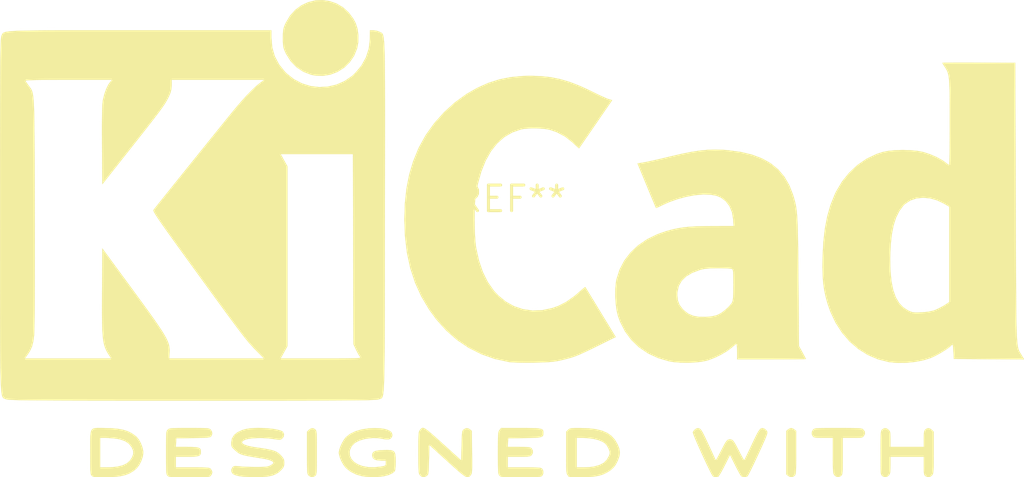
<source format=kicad_pcb>
(kicad_pcb (version 20240108) (generator pcbnew)
  (layers (0 "F.Cu" signal) (31 "B.Cu" signal) (34 "B.Paste" user) (35 "F.Paste" user) (36 "B.SilkS" user "B.Silkscreen") (37 "F.SilkS" user "F.Silkscreen") (38 "B.Mask" user) (39 "F.Mask" user) (44 "Edge.Cuts" user))
  (net 0 "")
  (footprint "KiCad-Logo2_20mm_SilkScreen" (layer "F.Cu") (at 0 0)
    (property "Reference" "REF**")
    (property "Value" "KiCad-Logo2_20mm_SilkScreen")
    (fp_poly (pts (xy 13.962047 11.396256) (xy 14.04109 11.44549) (xy 14.129926 11.517425) (xy 14.129926 12.589244) (xy 14.129643 12.902766) (xy 14.128431 13.149774) (xy 14.125746 13.339013) (xy 14.121043 13.479227) (xy 14.113778 13.57916) (xy 14.103405 13.647558) (xy 14.089381 13.693163) (xy 14.071161 13.724722) (xy 14.058242 13.740272) (xy 13.953446 13.808582) (xy 13.834111 13.805796) (xy 13.729576 13.747547) (xy 13.64074 13.675613) (xy 13.64074 11.517425) (xy 13.729576 11.44549) (xy 13.815315 11.393164) (xy 13.885333 11.373556) (xy 13.962047 11.396256)) (layer "F.SilkS") (stroke (width 0.01)) (fill solid))
    (fp_poly (pts (xy -9.746074 11.448815) (xy -9.724138 11.474059) (xy -9.706931 11.506625) (xy -9.693879 11.555237) (xy -9.684412 11.628618) (xy -9.677958 11.735492) (xy -9.673943 11.884584) (xy -9.671797 12.084617) (xy -9.670947 12.344315) (xy -9.670815 12.596519) (xy -9.671047 12.909342) (xy -9.672125 13.15563) (xy -9.674621 13.344106) (xy -9.679106 13.483496) (xy -9.686153 13.582523) (xy -9.696334 13.64991) (xy -9.71022 13.694381) (xy -9.728385 13.724661) (xy -9.746074 13.744223) (xy -9.856086 13.809824) (xy -9.973304 13.803937) (xy -10.078182 13.73239) (xy -10.102279 13.704456) (xy -10.121112 13.672047) (xy -10.135328 13.626203) (xy -10.145577 13.557965) (xy -10.152507 13.458374) (xy -10.156766 13.318471) (xy -10.159002 13.129296) (xy -10.159864 12.881891) (xy -10.16 12.601791) (xy -10.16 11.558283) (xy -10.067637 11.46592) (xy -9.953788 11.388211) (xy -9.843353 11.385411) (xy -9.746074 11.448815)) (layer "F.SilkS") (stroke (width 0.01)) (fill solid))
    (fp_poly (pts (xy -9.038074 -9.82526) (xy -8.696237 -9.706738) (xy -8.377974 -9.520185) (xy -8.093738 -9.265625) (xy -7.853979 -8.943082) (xy -7.746279 -8.739785) (xy -7.65307 -8.455428) (xy -7.607892 -8.127149) (xy -7.612896 -7.789658) (xy -7.668444 -7.483834) (xy -7.820269 -7.110127) (xy -8.04043 -6.785963) (xy -8.317736 -6.517721) (xy -8.640996 -6.311778) (xy -8.999023 -6.174513) (xy -9.380625 -6.112305) (xy -9.774612 -6.13153) (xy -9.968818 -6.172617) (xy -10.347308 -6.319849) (xy -10.683469 -6.544517) (xy -10.969191 -6.839695) (xy -11.196366 -7.198456) (xy -11.215586 -7.237635) (xy -11.282029 -7.384658) (xy -11.323748 -7.508483) (xy -11.346398 -7.639108) (xy -11.355636 -7.806534) (xy -11.357169 -7.98871) (xy -11.354634 -8.207586) (xy -11.34319 -8.365818) (xy -11.317083 -8.493746) (xy -11.270554 -8.621711) (xy -11.213121 -8.747961) (xy -10.998896 -9.10635) (xy -10.735086 -9.396534) (xy -10.432144 -9.618539) (xy -10.100521 -9.77239) (xy -9.750667 -9.85811) (xy -9.393034 -9.875725) (xy -9.038074 -9.82526)) (layer "F.SilkS") (stroke (width 0.01)) (fill solid))
    (fp_poly (pts (xy 16.54355 11.373878) (xy 16.805908 11.375139) (xy 17.009543 11.377777) (xy 17.162723 11.382232) (xy 17.273715 11.388944) (xy 17.350787 11.398352) (xy 17.402206 11.410896) (xy 17.436239 11.427016) (xy 17.452709 11.439408) (xy 17.538189 11.54786) (xy 17.54853 11.660462) (xy 17.495705 11.762754) (xy 17.461161 11.80363) (xy 17.423988 11.831501) (xy 17.370116 11.848858) (xy 17.285475 11.85819) (xy 17.155993 11.861987) (xy 16.967601 11.862737) (xy 16.930602 11.862741) (xy 16.444148 11.862741) (xy 16.444148 12.765852) (xy 16.443827 13.050514) (xy 16.442372 13.269547) (xy 16.439041 13.43258) (xy 16.433095 13.549243) (xy 16.423791 13.629165) (xy 16.410389 13.681975) (xy 16.39215 13.717304) (xy 16.368888 13.744223) (xy 16.259113 13.810374) (xy 16.144515 13.805162) (xy 16.040589 13.729687) (xy 16.032953 13.720333) (xy 16.008096 13.684974) (xy 15.989158 13.643603) (xy 15.975338 13.586167) (xy 15.965835 13.502613) (xy 15.959848 13.382889) (xy 15.956574 13.216943) (xy 15.955214 12.994722) (xy 15.954963 12.741963) (xy 15.954963 11.862741) (xy 15.490424 11.862741) (xy 15.291073 11.861392) (xy 15.15306 11.856135) (xy 15.062495 11.845155) (xy 15.005487 11.826639) (xy 14.968144 11.798771) (xy 14.963609 11.793926) (xy 14.909084 11.683131) (xy 14.913906 11.557874) (xy 14.976592 11.448815) (xy 15.000835 11.427661) (xy 15.032091 11.410887) (xy 15.078696 11.397988) (xy 15.148987 11.388455) (xy 15.251297 11.381783) (xy 15.393962 11.377465) (xy 15.585318 11.374993) (xy 15.8337 11.37386) (xy 16.147443 11.373561) (xy 16.214201 11.373556) (xy 16.54355 11.373878)) (layer "F.SilkS") (stroke (width 0.01)) (fill solid))
    (fp_poly (pts (xy 20.762745 11.391777) (xy 20.86734 11.46592) (xy 20.959703 11.558283) (xy 20.959703 12.589734) (xy 20.959462 12.895998) (xy 20.958318 13.136133) (xy 20.955642 13.319268) (xy 20.950803 13.454533) (xy 20.943173 13.551057) (xy 20.93212 13.617971) (xy 20.917017 13.664403) (xy 20.897232 13.699484) (xy 20.881713 13.720333) (xy 20.779276 13.802245) (xy 20.661655 13.811136) (xy 20.55415 13.760904) (xy 20.518627 13.731248) (xy 20.494881 13.691855) (xy 20.480559 13.628421) (xy 20.473304 13.52664) (xy 20.470761 13.372206) (xy 20.470518 13.252904) (xy 20.470518 12.803482) (xy 18.814814 12.803482) (xy 18.814814 13.212333) (xy 18.813102 13.399289) (xy 18.806252 13.527776) (xy 18.791693 13.614538) (xy 18.766854 13.676323) (xy 18.736824 13.720333) (xy 18.633814 13.802015) (xy 18.51732 13.811687) (xy 18.405795 13.75363) (xy 18.375347 13.723195) (xy 18.353842 13.682849) (xy 18.339658 13.620002) (xy 18.331173 13.522068) (xy 18.326764 13.376457) (xy 18.324811 13.170583) (xy 18.324582 13.123334) (xy 18.32297 12.735436) (xy 18.322138 12.415757) (xy 18.322409 12.157256) (xy 18.324103 11.952895) (xy 18.327541 11.795634) (xy 18.333043 11.678434) (xy 18.340931 11.594255) (xy 18.351525 11.536057) (xy 18.365146 11.496802) (xy 18.382114 11.469449) (xy 18.400888 11.448815) (xy 18.507093 11.382812) (xy 18.617856 11.391777) (xy 18.722451 11.46592) (xy 18.764776 11.513754) (xy 18.791755 11.566592) (xy 18.806809 11.641846) (xy 18.813355 11.756928) (xy 18.814813 11.929252) (xy 18.814814 11.93629) (xy 18.814814 12.314297) (xy 20.470518 12.314297) (xy 20.470518 11.919186) (xy 20.472208 11.737159) (xy 20.478993 11.614249) (xy 20.493452 11.534357) (xy 20.518158 11.481383) (xy 20.545777 11.448815) (xy 20.651982 11.382812) (xy 20.762745 11.391777)) (layer "F.SilkS") (stroke (width 0.01)) (fill solid))
    (fp_poly (pts (xy 3.394363 11.374249) (xy 3.824294 11.388786) (xy 4.18997 11.432869) (xy 4.49742 11.509138) (xy 4.752673 11.620233) (xy 4.961758 11.768792) (xy 5.130706 11.957455) (xy 5.265545 12.18886) (xy 5.268197 12.194503) (xy 5.34867 12.40161) (xy 5.377342 12.585032) (xy 5.354105 12.769625) (xy 5.278847 12.980245) (xy 5.264574 13.012296) (xy 5.167241 13.199886) (xy 5.057852 13.344838) (xy 4.916673 13.468057) (xy 4.723967 13.590451) (xy 4.712772 13.59684) (xy 4.545015 13.677424) (xy 4.355404 13.737607) (xy 4.131756 13.779465) (xy 3.861884 13.805074) (xy 3.533606 13.816509) (xy 3.41762 13.817502) (xy 2.865314 13.819482) (xy 2.787323 13.720333) (xy 2.764189 13.68773) (xy 2.746142 13.649657) (xy 2.732552 13.596984) (xy 2.722789 13.520582) (xy 2.716224 13.41132) (xy 2.714083 13.330297) (xy 3.236148 13.330297) (xy 3.549089 13.330297) (xy 3.732213 13.324942) (xy 3.9202 13.310849) (xy 4.074485 13.290974) (xy 4.083798 13.289301) (xy 4.357828 13.215786) (xy 4.570379 13.105335) (xy 4.728175 12.952824) (xy 4.83794 12.753129) (xy 4.857027 12.700203) (xy 4.875736 12.617775) (xy 4.867636 12.536339) (xy 4.828223 12.428) (xy 4.804466 12.374779) (xy 4.726668 12.233352) (xy 4.632934 12.134132) (xy 4.529802 12.065038) (xy 4.323219 11.975124) (xy 4.058836 11.909993) (xy 3.750842 11.872488) (xy 3.527777 11.864235) (xy 3.236148 11.862741) (xy 3.236148 13.330297) (xy 2.714083 13.330297) (xy 2.712227 13.26007) (xy 2.710168 13.057702) (xy 2.709418 12.795086) (xy 2.709333 12.589734) (xy 2.709333 11.558283) (xy 2.801697 11.46592) (xy 2.842688 11.428481) (xy 2.887012 11.402842) (xy 2.948909 11.386801) (xy 3.042621 11.378155) (xy 3.18239 11.3747) (xy 3.382457 11.374234) (xy 3.394363 11.374249)) (layer "F.SilkS") (stroke (width 0.01)) (fill solid))
    (fp_poly (pts (xy -20.404571 11.373553) (xy -20.272963 11.374891) (xy -19.887333 11.384195) (xy -19.564369 11.411834) (xy -19.293064 11.460773) (xy -19.06241 11.533975) (xy -18.8614 11.634407) (xy -18.679027 11.765033) (xy -18.613888 11.821775) (xy -18.505834 11.954544) (xy -18.4084 12.134709) (xy -18.333304 12.334412) (xy -18.292264 12.525797) (xy -18.288 12.596519) (xy -18.314722 12.792565) (xy -18.386331 13.006709) (xy -18.489997 13.209403) (xy -18.612887 13.371099) (xy -18.632848 13.390608) (xy -18.801928 13.527737) (xy -18.987083 13.634782) (xy -19.198987 13.71455) (xy -19.448314 13.769844) (xy -19.74574 13.803469) (xy -20.101938 13.818231) (xy -20.265093 13.819482) (xy -20.472539 13.818483) (xy -20.618425 13.814307) (xy -20.716438 13.805181) (xy -20.780264 13.789337) (xy -20.823591 13.765003) (xy -20.846815 13.744223) (xy -20.868751 13.718979) (xy -20.885959 13.686413) (xy -20.89901 13.637801) (xy -20.908477 13.56442) (xy -20.914932 13.457546) (xy -20.918947 13.308454) (xy -20.921093 13.108421) (xy -20.921943 12.848723) (xy -20.922074 12.596519) (xy -20.922903 12.260138) (xy -20.922724 11.991422) (xy -20.919523 11.862741) (xy -20.432889 11.862741) (xy -20.432889 13.330297) (xy -20.122445 13.330012) (xy -19.935643 13.324655) (xy -19.739996 13.310853) (xy -19.57676 13.291548) (xy -19.571794 13.290752) (xy -19.307971 13.226967) (xy -19.103341 13.127625) (xy -18.947684 12.98626) (xy -18.848783 12.833203) (xy -18.787844 12.663419) (xy -18.792569 12.503999) (xy -18.863292 12.333111) (xy -19.001629 12.156329) (xy -19.193327 12.025332) (xy -19.442499 11.937771) (xy -19.609025 11.906783) (xy -19.798054 11.885022) (xy -19.998397 11.869272) (xy -20.168796 11.862724) (xy -20.178889 11.862693) (xy -20.432889 11.862741) (xy -20.919523 11.862741) (xy -20.917534 11.782838) (xy -20.903327 11.626851) (xy -20.8761 11.515927) (xy -20.831852 11.442532) (xy -20.766578 11.399131) (xy -20.676276 11.37819) (xy -20.556941 11.372176) (xy -20.404571 11.373553)) (layer "F.SilkS") (stroke (width 0.01)) (fill solid))
    (fp_poly (pts (xy -4.333713 11.388161) (xy -4.255159 11.434242) (xy -4.152449 11.509602) (xy -4.020259 11.617792) (xy -3.853265 11.762361) (xy -3.646143 11.946859) (xy -3.393571 12.174836) (xy -3.104445 12.436947) (xy -2.502371 12.982928) (xy -2.483556 12.250096) (xy -2.476763 11.997838) (xy -2.470209 11.809981) (xy -2.462445 11.675687) (xy -2.452019 11.584116) (xy -2.437483 11.524431) (xy -2.417386 11.485791) (xy -2.390278 11.457359) (xy -2.375906 11.44541) (xy -2.260804 11.382235) (xy -2.151275 11.391471) (xy -2.064391 11.445443) (xy -1.975556 11.517329) (xy -1.964507 12.56717) (xy -1.961449 12.875929) (xy -1.959893 13.11848) (xy -1.960377 13.303869) (xy -1.963441 13.441141) (xy -1.969624 13.539342) (xy -1.979464 13.607517) (xy -1.993501 13.65471) (xy -2.012273 13.689969) (xy -2.03309 13.718247) (xy -2.078131 13.770691) (xy -2.122944 13.805454) (xy -2.173747 13.818798) (xy -2.236754 13.80698) (xy -2.318181 13.766262) (xy -2.424244 13.692903) (xy -2.561159 13.583164) (xy -2.735141 13.433304) (xy -2.952405 13.239584) (xy -3.198519 13.016996) (xy -4.082815 12.214861) (xy -4.10163 12.945297) (xy -4.108435 13.197095) (xy -4.115005 13.384514) (xy -4.122798 13.518413) (xy -4.13327 13.609653) (xy -4.147878 13.669095) (xy -4.168081 13.707598) (xy -4.195334 13.736023) (xy -4.20928 13.747607) (xy -4.33255 13.811242) (xy -4.449025 13.801643) (xy -4.550454 13.720333) (xy -4.573657 13.687621) (xy -4.591742 13.649419) (xy -4.605343 13.596559) (xy -4.615097 13.519878) (xy -4.621641 13.410208) (xy -4.62561 13.258386) (xy -4.627641 13.055245) (xy -4.628369 12.79162) (xy -4.628445 12.596519) (xy -4.6282 12.291358) (xy -4.627042 12.052291) (xy -4.624335 11.870151) (xy -4.619443 11.735773) (xy -4.611728 11.639992) (xy -4.600557 11.573643) (xy -4.585292 11.527559) (xy -4.565297 11.492575) (xy -4.550454 11.472705) (xy -4.512831 11.425636) (xy -4.477669 11.390097) (xy -4.439644 11.369639) (xy -4.393433 11.36781) (xy -4.333713 11.388161)) (layer "F.SilkS") (stroke (width 0.01)) (fill solid))
    (fp_poly (pts (xy -6.500271 11.391996) (xy -6.271882 11.430318) (xy -6.096475 11.48989) (xy -5.98236 11.568329) (xy -5.951264 11.613079) (xy -5.919642 11.71716) (xy -5.940922 11.811317) (xy -6.008101 11.900607) (xy -6.112484 11.942378) (xy -6.263942 11.938986) (xy -6.381087 11.916354) (xy -6.641396 11.873237) (xy -6.90742 11.869139) (xy -7.205182 11.904137) (xy -7.287431 11.918966) (xy -7.564304 11.997028) (xy -7.780908 12.113149) (xy -7.934871 12.265347) (xy -8.023815 12.451646) (xy -8.042211 12.547962) (xy -8.030169 12.743375) (xy -7.952431 12.916264) (xy -7.816078 13.063261) (xy -7.628195 13.180995) (xy -7.395865 13.266097) (xy -7.126173 13.315198) (xy -6.826201 13.324928) (xy -6.503033 13.291916) (xy -6.484786 13.288804) (xy -6.356248 13.264863) (xy -6.284979 13.241738) (xy -6.254088 13.207425) (xy -6.246686 13.149922) (xy -6.246519 13.119471) (xy -6.246519 12.99163) (xy -6.474771 12.99163) (xy -6.676332 12.977822) (xy -6.813883 12.933822) (xy -6.893915 12.855765) (xy -6.922922 12.739786) (xy -6.923276 12.724647) (xy -6.906305 12.625515) (xy -6.848108 12.554729) (xy -6.739796 12.507885) (xy -6.572476 12.480577) (xy -6.410408 12.470537) (xy -6.174853 12.464777) (xy -6.003993 12.473566) (xy -5.887463 12.506001) (xy -5.814898 12.571177) (xy -5.775933 12.678187) (xy -5.7602 12.836128) (xy -5.757334 13.04357) (xy -5.76203 13.275118) (xy -5.77616 13.43262) (xy -5.799785 13.516706) (xy -5.804371 13.523293) (xy -5.934092 13.628361) (xy -6.124286 13.711568) (xy -6.362895 13.771135) (xy -6.637861 13.805285) (xy -6.937128 13.812242) (xy -7.248638 13.790228) (xy -7.431852 13.763186) (xy -7.71922 13.681848) (xy -7.986305 13.548873) (xy -8.209923 13.376291) (xy -8.243911 13.341797) (xy -8.354339 13.196783) (xy -8.453979 13.01706) (xy -8.531188 12.828639) (xy -8.574328 12.657531) (xy -8.579526 12.591813) (xy -8.557392 12.454731) (xy -8.498561 12.284174) (xy -8.414321 12.104647) (xy -8.315962 11.940651) (xy -8.229062 11.831112) (xy -8.025881 11.668173) (xy -7.76323 11.538485) (xy -7.450522 11.444981) (xy -7.097168 11.390596) (xy -6.773334 11.377307) (xy -6.500271 11.391996)) (layer "F.SilkS") (stroke (width 0.01)) (fill solid))
    (fp_poly (pts (xy 0.767809 11.374199) (xy 1.022338 11.377246) (xy 1.217389 11.384371) (xy 1.360851 11.397249) (xy 1.460611 11.417555) (xy 1.52456 11.446965) (xy 1.560586 11.487154) (xy 1.576578 11.539795) (xy 1.580424 11.606565) (xy 1.580444 11.61445) (xy 1.577105 11.689974) (xy 1.561321 11.748342) (xy 1.524445 11.791914) (xy 1.457827 11.823043) (xy 1.35282 11.844089) (xy 1.200775 11.857407) (xy 0.993044 11.865354) (xy 0.720979 11.870286) (xy 0.637591 11.871379) (xy -0.169334 11.881556) (xy -0.180619 12.097926) (xy -0.191904 12.314297) (xy 0.368586 12.314297) (xy 0.587555 12.315104) (xy 0.743907 12.318521) (xy 0.850278 12.326036) (xy 0.919302 12.339141) (xy 0.963615 12.359326) (xy 0.99585 12.388081) (xy 0.996056 12.388309) (xy 1.05452 12.500373) (xy 1.052407 12.621494) (xy 0.991048 12.724744) (xy 0.978905 12.735356) (xy 0.935805 12.762708) (xy 0.876746 12.781736) (xy 0.788567 12.793874) (xy 0.658108 12.800556) (xy 0.472208 12.803214) (xy 0.353312 12.803482) (xy -0.188149 12.803482) (xy -0.188149 13.330297) (xy 0.633871 13.330297) (xy 0.905268 13.330771) (xy 1.111367 13.332712) (xy 1.262123 13.336893) (xy 1.367494 13.344091) (xy 1.437438 13.355078) (xy 1.48191 13.370631) (xy 1.510869 13.391524) (xy 1.518167 13.399111) (xy 1.572049 13.504266) (xy 1.57599 13.623895) (xy 1.531787 13.727616) (xy 1.496812 13.760904) (xy 1.46043 13.779229) (xy 1.404056 13.793406) (xy 1.318776 13.803933) (xy 1.19567 13.811305) (xy 1.025821 13.81602) (xy 0.800314 13.818573) (xy 0.51023 13.81946) (xy 0.444648 13.819482) (xy 0.149703 13.819289) (xy -0.079243 13.818224) (xy -0.251452 13.815556) (xy -0.376184 13.810557) (xy -0.462699 13.802497) (xy -0.52026 13.790646) (xy -0.558126 13.774274) (xy -0.585558 13.752652) (xy -0.600609 13.737127) (xy -0.623262 13.709629) (xy -0.64096 13.675564) (xy -0.654313 13.626001) (xy -0.663929 13.552006) (xy -0.67042 13.444645) (xy -0.674395 13.294985) (xy -0.676464 13.094093) (xy -0.677237 12.833036) (xy -0.677334 12.613313) (xy -0.677097 12.305428) (xy -0.675973 12.063724) (xy -0.673341 11.879124) (xy -0.668581 11.742551) (xy -0.661071 11.644928) (xy -0.650191 11.577178) (xy -0.635321 11.530222) (xy -0.615839 11.494984) (xy -0.599343 11.472705) (xy -0.521353 11.373556) (xy 0.445913 11.373556) (xy 0.767809 11.374199)) (layer "F.SilkS") (stroke (width 0.01)) (fill solid))
    (fp_poly (pts (xy -15.709314 11.373821) (xy -15.477952 11.375062) (xy -15.303321 11.377949) (xy -15.176157 11.383153) (xy -15.087197 11.391344) (xy -15.027176 11.403191) (xy -14.986831 11.419366) (xy -14.956898 11.440537) (xy -14.946059 11.450281) (xy -14.880142 11.553808) (xy -14.868272 11.672762) (xy -14.911635 11.778367) (xy -14.931686 11.79971) (xy -14.964117 11.820404) (xy -15.016335 11.836368) (xy -15.098025 11.848379) (xy -15.218869 11.857215) (xy -15.388551 11.863651) (xy -15.616754 11.868464) (xy -15.825389 11.871394) (xy -16.651112 11.881556) (xy -16.662397 12.097926) (xy -16.673682 12.314297) (xy -16.113192 12.314297) (xy -15.869862 12.316396) (xy -15.691722 12.325177) (xy -15.568758 12.344364) (xy -15.490959 12.377681) (xy -15.448313 12.428854) (xy -15.430807 12.501605) (xy -15.428149 12.569126) (xy -15.436411 12.651974) (xy -15.46759 12.713021) (xy -15.531276 12.755457) (xy -15.637059 12.782471) (xy -15.794529 12.797255) (xy -16.013276 12.802997) (xy -16.13267 12.803482) (xy -16.669926 12.803482) (xy -16.669926 13.330297) (xy -15.842074 13.330297) (xy -15.57071 13.330675) (xy -15.364472 13.332372) (xy -15.213228 13.336233) (xy -15.106846 13.343101) (xy -15.035196 13.353822) (xy -14.988144 13.369239) (xy -14.955559 13.390196) (xy -14.938963 13.405556) (xy -14.882033 13.495202) (xy -14.863704 13.574889) (xy -14.889876 13.672225) (xy -14.938963 13.744223) (xy -14.965152 13.766888) (xy -14.998959 13.784488) (xy -15.049479 13.79766) (xy -15.125804 13.807043) (xy -15.237029 13.813274) (xy -15.392248 13.816992) (xy -15.600556 13.818836) (xy -15.871045 13.819442) (xy -16.011408 13.819482) (xy -16.311992 13.819216) (xy -16.546412 13.817993) (xy -16.723762 13.815174) (xy -16.853134 13.810122) (xy -16.943624 13.802198) (xy -17.004325 13.790764) (xy -17.044332 13.775182) (xy -17.072738 13.754813) (xy -17.083852 13.744223) (xy -17.105849 13.7189) (xy -17.12309 13.686232) (xy -17.136152 13.637463) (xy -17.145613 13.56384) (xy -17.15205 13.456607) (xy -17.15604 13.307011) (xy -17.158161 13.106296) (xy -17.15899 12.84571) (xy -17.159112 12.603078) (xy -17.158999 12.292357) (xy -17.158218 12.048103) (xy -17.1561 11.861527) (xy -17.151978 11.723836) (xy -17.145186 11.62624) (xy -17.135056 11.559947) (xy -17.120921 11.516166) (xy -17.102115 11.486107) (xy -17.077969 11.460978) (xy -17.07202 11.455375) (xy -17.043151 11.430572) (xy -17.009607 11.411365) (xy -16.962083 11.397039) (xy -16.891276 11.386879) (xy -16.787879 11.380171) (xy -16.64259 11.376199) (xy -16.446103 11.374251) (xy -16.189114 11.37361) (xy -16.006671 11.373556) (xy -15.709314 11.373821)) (layer "F.SilkS") (stroke (width 0.01)) (fill solid))
    (fp_poly (pts (xy 12.482217 11.380114) (xy 12.547516 11.403449) (xy 12.550035 11.404591) (xy 12.63871 11.472262) (xy 12.687567 11.541869) (xy 12.697127 11.574506) (xy 12.696655 11.617871) (xy 12.683202 11.679649) (xy 12.653822 11.767522) (xy 12.605565 11.889175) (xy 12.535483 12.05229) (xy 12.440628 12.264551) (xy 12.318052 12.533642) (xy 12.250583 12.68072) (xy 12.128751 12.943285) (xy 12.014382 13.184743) (xy 11.911841 13.396266) (xy 11.825492 13.569027) (xy 11.759702 13.694197) (xy 11.718835 13.762948) (xy 11.710748 13.772445) (xy 11.607278 13.814341) (xy 11.490404 13.80873) (xy 11.396667 13.757774) (xy 11.392849 13.75363) (xy 11.355561 13.697181) (xy 11.293013 13.587232) (xy 11.212919 13.437934) (xy 11.122989 13.263441) (xy 11.09067 13.199139) (xy 10.846714 12.7105) (xy 10.580802 13.241311) (xy 10.485889 13.424716) (xy 10.397832 13.583774) (xy 10.323826 13.706309) (xy 10.271063 13.780146) (xy 10.253182 13.795802) (xy 10.11419 13.817008) (xy 9.999498 13.772445) (xy 9.965761 13.72482) (xy 9.90738 13.618974) (xy 9.829117 13.465323) (xy 9.735735 13.274282) (xy 9.631997 13.056266) (xy 9.522665 12.82169) (xy 9.412502 12.580969) (xy 9.30627 12.344517) (xy 9.208732 12.122752) (xy 9.12465 11.926086) (xy 9.058788 11.764936) (xy 9.015907 11.649716) (xy 9.000771 11.590842) (xy 9.000925 11.588711) (xy 9.037754 11.514628) (xy 9.111367 11.439176) (xy 9.115702 11.435892) (xy 9.206177 11.384751) (xy 9.289862 11.385246) (xy 9.321227 11.394888) (xy 9.359447 11.415725) (xy 9.400034 11.456715) (xy 9.447858 11.52636) (xy 9.507787 11.633163) (xy 9.58469 11.785628) (xy 9.683435 11.992258) (xy 9.772484 12.182994) (xy 9.874935 12.404088) (xy 9.966739 12.602914) (xy 10.043126 12.769084) (xy 10.099329 12.892213) (xy 10.130577 12.961912) (xy 10.135134 12.972815) (xy 10.155632 12.954991) (xy 10.20274 12.880362) (xy 10.270191 12.75982) (xy 10.351717 12.604258) (xy 10.38416 12.540074) (xy 10.494059 12.323347) (xy 10.578812 12.165513) (xy 10.645375 12.057396) (xy 10.700702 11.98982) (xy 10.751748 11.953608) (xy 10.805469 11.939584) (xy 10.840477 11.938) (xy 10.902232 11.943472) (xy 10.956348 11.966105) (xy 11.010117 12.015221) (xy 11.070836 12.100146) (xy 11.145797 12.230202) (xy 11.242297 12.414715) (xy 11.295539 12.519676) (xy 11.381901 12.686957) (xy 11.457223 12.82568) (xy 11.514861 12.92414) (xy 11.548167 12.970632) (xy 11.552696 12.972568) (xy 11.574205 12.935978) (xy 11.622362 12.840967) (xy 11.692343 12.697479) (xy 11.779325 12.515459) (xy 11.878488 12.304848) (xy 11.927267 12.200238) (xy 12.054166 11.930262) (xy 12.15635 11.72252) (xy 12.239124 11.570236) (xy 12.307792 11.466631) (xy 12.36766 11.404927) (xy 12.424034 11.378348) (xy 12.482217 11.380114)) (layer "F.SilkS") (stroke (width 0.01)) (fill solid))
    (fp_poly (pts (xy -12.305675 11.377837) (xy -12.056292 11.395271) (xy -11.824353 11.422501) (xy -11.623339 11.4585) (xy -11.466734 11.502244) (xy -11.368019 11.552709) (xy -11.352867 11.567563) (xy -11.300178 11.682834) (xy -11.316155 11.801172) (xy -11.397879 11.902418) (xy -11.401778 11.905319) (xy -11.449847 11.936515) (xy -11.500026 11.952919) (xy -11.570017 11.954911) (xy -11.677523 11.942872) (xy -11.840244 11.917182) (xy -11.853334 11.915018) (xy -12.095796 11.885231) (xy -12.35739 11.870538) (xy -12.619756 11.870395) (xy -12.864536 11.884263) (xy -13.07337 11.911598) (xy -13.2279 11.951858) (xy -13.238054 11.955904) (xy -13.35016 12.018716) (xy -13.389547 12.082282) (xy -13.358713 12.144798) (xy -13.260155 12.204458) (xy -13.09637 12.259456) (xy -12.869855 12.307986) (xy -12.718815 12.331352) (xy -12.404852 12.376296) (xy -12.155145 12.417381) (xy -11.959056 12.458165) (xy -11.805948 12.502204) (xy -11.685184 12.553058) (xy -11.586127 12.614282) (xy -11.49814 12.689435) (xy -11.427434 12.763236) (xy -11.34355 12.866064) (xy -11.302268 12.954483) (xy -11.289358 13.063422) (xy -11.288889 13.103318) (xy -11.298586 13.235706) (xy -11.337339 13.334198) (xy -11.40441 13.421619) (xy -11.54072 13.555252) (xy -11.692722 13.657164) (xy -11.871708 13.730677) (xy -12.088974 13.779116) (xy -12.355814 13.805803) (xy -12.683522 13.814062) (xy -12.73763 13.813922) (xy -12.956162 13.809392) (xy -13.172885 13.799099) (xy -13.364174 13.784521) (xy -13.506405 13.767133) (xy -13.517908 13.765136) (xy -13.65932 13.731638) (xy -13.779265 13.689321) (xy -13.847167 13.650635) (xy -13.910357 13.548572) (xy -13.914756 13.429726) (xy -13.860283 13.323813) (xy -13.848095 13.311836) (xy -13.797718 13.276253) (xy -13.734715 13.260921) (xy -13.637207 13.26353) (xy -13.518836 13.277091) (xy -13.386567 13.289206) (xy -13.201149 13.299427) (xy -12.984687 13.306844) (xy -12.759283 13.310547) (xy -12.7 13.310792) (xy -12.473758 13.309879) (xy -12.308181 13.305487) (xy -12.1887 13.296091) (xy -12.100746 13.280167) (xy -12.029751 13.256191) (xy -11.987087 13.236223) (xy -11.893334 13.180776) (xy -11.83356 13.13056) (xy -11.824824 13.116325) (xy -11.843254 13.057544) (xy -11.930867 13.00064) (xy -12.081592 12.948195) (xy -12.289358 12.902793) (xy -12.350571 12.892679) (xy -12.6703 12.842461) (xy -12.925471 12.800486) (xy -13.125932 12.763705) (xy -13.281533 12.729066) (xy -13.402122 12.69352) (xy -13.497548 12.654016) (xy -13.577661 12.607505) (xy -13.652308 12.550937) (xy -13.731339 12.48126) (xy -13.757933 12.456831) (xy -13.851175 12.365663) (xy -13.900532 12.29343) (xy -13.919841 12.210773) (xy -13.922963 12.10661) (xy -13.888584 11.90235) (xy -13.785839 11.728801) (xy -13.615317 11.586526) (xy -13.377609 11.476084) (xy -13.208 11.426547) (xy -13.023665 11.394553) (xy -12.802844 11.376453) (xy -12.55902 11.371223) (xy -12.305675 11.377837)) (layer "F.SilkS") (stroke (width 0.01)) (fill solid))
    (fp_poly (pts (xy 1.458655 -6.098705) (xy 1.94951 -6.044968) (xy 2.425066 -5.948784) (xy 2.904667 -5.805138) (xy 3.40766 -5.609011) (xy 3.95339 -5.355388) (xy 4.051669 -5.306261) (xy 4.277206 -5.19515) (xy 4.489919 -5.095101) (xy 4.668813 -5.015668) (xy 4.792894 -4.966408) (xy 4.811955 -4.960206) (xy 4.994623 -4.905477) (xy 4.176926 -3.715911) (xy 3.97701 -3.425175) (xy 3.794231 -3.15955) (xy 3.634805 -2.928053) (xy 3.504948 -2.739703) (xy 3.410875 -2.603517) (xy 3.358802 -2.528515) (xy 3.350342 -2.516636) (xy 3.315981 -2.541472) (xy 3.231399 -2.616133) (xy 3.111723 -2.727058) (xy 3.045676 -2.789755) (xy 2.671471 -3.087387) (xy 2.251211 -3.313554) (xy 1.889068 -3.437438) (xy 1.671679 -3.476345) (xy 1.399489 -3.500054) (xy 1.104511 -3.508127) (xy 0.81876 -3.500123) (xy 0.574248 -3.475603) (xy 0.476678 -3.456825) (xy 0.036912 -3.305526) (xy -0.35937 -3.074507) (xy -0.711874 -2.764192) (xy -1.020306 -2.375002) (xy -1.284374 -1.90736) (xy -1.503784 -1.361688) (xy -1.678243 -0.738409) (xy -1.781925 -0.204839) (xy -1.808976 0.030711) (xy -1.827406 0.335007) (xy -1.837395 0.686182) (xy -1.839121 1.06237) (xy -1.832761 1.441703) (xy -1.818494 1.802314) (xy -1.796498 2.122337) (xy -1.76695 2.379904) (xy -1.760554 2.419644) (xy -1.619582 3.059767) (xy -1.427507 3.626306) (xy -1.183162 4.121797) (xy -0.885376 4.54878) (xy -0.674 4.779625) (xy -0.294124 5.093046) (xy 0.12248 5.325367) (xy 0.568784 5.475325) (xy 1.037761 5.541656) (xy 1.522383 5.523095) (xy 2.015622 5.418377) (xy 2.307233 5.315912) (xy 2.710776 5.110727) (xy 3.1267 4.816395) (xy 3.359682 4.617353) (xy 3.490502 4.502151) (xy 3.593284 4.417632) (xy 3.651788 4.376906) (xy 3.65905 4.375663) (xy 3.685162 4.417278) (xy 3.752821 4.527247) (xy 3.856262 4.696142) (xy 3.989722 4.914536) (xy 4.147438 5.173) (xy 4.323644 5.462108) (xy 4.421723 5.62316) (xy 5.170878 6.853669) (xy 4.235528 7.315916) (xy 3.89734 7.481954) (xy 3.623379 7.612882) (xy 3.396899 7.715204) (xy 3.201152 7.795422) (xy 3.019394 7.860038) (xy 2.834877 7.915555) (xy 2.630856 7.968476) (xy 2.435304 8.014949) (xy 2.261492 8.050909) (xy 2.07972 8.078085) (xy 1.871789 8.097985) (xy 1.619505 8.112116) (xy 1.304668 8.121987) (xy 1.092473 8.126248) (xy 0.789705 8.129156) (xy 0.499389 8.12769) (xy 0.240738 8.122267) (xy 0.032963 8.113306) (xy -0.104723 8.101225) (xy -0.112882 8.10002) (xy -0.827848 7.945341) (xy -1.499251 7.710749) (xy -2.126853 7.396398) (xy -2.710419 7.002444) (xy -3.249713 6.52904) (xy -3.744499 5.976342) (xy -4.102835 5.485125) (xy -4.484315 4.842164) (xy -4.792685 4.163159) (xy -5.029436 3.442667) (xy -5.19606 2.675243) (xy -5.294047 1.855445) (xy -5.324918 1.022999) (xy -5.299528 0.217723) (xy -5.21974 -0.525263) (xy -5.083019 -1.218491) (xy -4.886828 -1.874494) (xy -4.628634 -2.505804) (xy -4.597804 -2.571209) (xy -4.258157 -3.182601) (xy -3.840996 -3.764401) (xy -3.358141 -4.304567) (xy -2.82141 -4.791056) (xy -2.242623 -5.211826) (xy -1.703311 -5.520476) (xy -1.158493 -5.762217) (xy -0.612518 -5.937328) (xy -0.044252 -6.050579) (xy 0.567442 -6.106733) (xy 0.933154 -6.115013) (xy 1.458655 -6.098705)) (layer "F.SilkS") (stroke (width 0.01)) (fill solid))
    (fp_poly (pts (xy 22.684945 -6.77397) (xy 23.07209 -6.772382) (xy 23.203673 -6.77158) (xy 25.013082 -6.759678) (xy 25.035842 0.182079) (xy 25.038848 1.123401) (xy 25.041514 1.978107) (xy 25.04401 2.750619) (xy 25.04651 3.445356) (xy 25.049182 4.066742) (xy 25.0522 4.619198) (xy 25.055733 5.107144) (xy 25.059954 5.535003) (xy 25.065033 5.907196) (xy 25.071142 6.228145) (xy 25.078452 6.502271) (xy 25.087134 6.733996) (xy 25.09736 6.927741) (xy 25.1093 7.087927) (xy 25.123126 7.218977) (xy 25.139009 7.325311) (xy 25.157121 7.411352) (xy 25.177632 7.48152) (xy 25.200714 7.540238) (xy 25.226538 7.591926) (xy 25.255275 7.641007) (xy 25.287097 7.691901) (xy 25.322175 7.749031) (xy 25.329365 7.761199) (xy 25.449993 7.967036) (xy 21.963261 7.94319) (xy 21.940501 7.560237) (xy 21.928109 7.376455) (xy 21.915195 7.270204) (xy 21.897672 7.228044) (xy 21.871454 7.236537) (xy 21.849462 7.26083) (xy 21.753661 7.349319) (xy 21.597522 7.463061) (xy 21.403042 7.588466) (xy 21.192219 7.711944) (xy 20.987053 7.819905) (xy 20.829522 7.890935) (xy 20.460457 8.007658) (xy 20.037011 8.09034) (xy 19.590444 8.135824) (xy 19.152018 8.140948) (xy 18.752992 8.102554) (xy 18.746422 8.101455) (xy 18.200422 7.964449) (xy 17.689313 7.746167) (xy 17.218024 7.451301) (xy 16.791487 7.084543) (xy 16.41463 6.650585) (xy 16.092383 6.15412) (xy 15.829676 5.599839) (xy 15.68664 5.189247) (xy 15.592315 4.845742) (xy 15.522364 4.513112) (xy 15.474649 4.17115) (xy 15.447031 3.799651) (xy 15.437371 3.378408) (xy 15.441649 3.034436) (xy 18.800543 3.034436) (xy 18.816437 3.61122) (xy 18.866578 4.107445) (xy 18.952506 4.527516) (xy 19.075764 4.875836) (xy 19.237896 5.156811) (xy 19.440444 5.374843) (xy 19.674243 5.528975) (xy 19.7959 5.586515) (xy 19.901412 5.621012) (xy 20.019046 5.636794) (xy 20.177071 5.638192) (xy 20.347311 5.632047) (xy 20.682102 5.602517) (xy 20.946891 5.544689) (xy 21.030107 5.515722) (xy 21.220125 5.43017) (xy 21.420538 5.322738) (xy 21.508064 5.26896) (xy 21.735663 5.119675) (xy 21.735663 0.387843) (xy 21.485304 0.237775) (xy 21.136153 0.068204) (xy 20.779431 -0.032081) (xy 20.428183 -0.063674) (xy 20.095455 -0.027164) (xy 19.794295 0.076855) (xy 19.537748 0.247793) (xy 19.454969 0.329843) (xy 19.255437 0.598686) (xy 19.09394 0.924118) (xy 18.969129 1.311718) (xy 18.879655 1.767064) (xy 18.824166 2.295735) (xy 18.801315 2.903307) (xy 18.800543 3.034436) (xy 15.441649 3.034436) (xy 15.443431 2.89126) (xy 15.481804 2.141931) (xy 15.558963 1.466046) (xy 15.676941 0.853761) (xy 15.837769 0.295229) (xy 16.043479 -0.219395) (xy 16.116886 -0.371964) (xy 16.412568 -0.869506) (xy 16.769884 -1.311654) (xy 17.180432 -1.691271) (xy 17.635813 -2.00122) (xy 18.127623 -2.234363) (xy 18.422432 -2.330536) (xy 18.711964 -2.38763) (xy 19.060341 -2.421599) (xy 19.438357 -2.432458) (xy 19.816808 -2.420223) (xy 20.166487 -2.384909) (xy 20.447253 -2.329508) (xy 20.781429 -2.220864) (xy 21.105325 -2.081155) (xy 21.388708 -1.924534) (xy 21.539535 -1.818237) (xy 21.643573 -1.739194) (xy 21.716422 -1.691065) (xy 21.732993 -1.68423) (xy 21.738131 -1.728265) (xy 21.742922 -1.854435) (xy 21.747259 -2.053836) (xy 21.751036 -2.317563) (xy 21.754147 -2.636711) (xy 21.756485 -3.002377) (xy 21.757946 -3.405656) (xy 21.758422 -3.816422) (xy 21.758156 -4.342541) (xy 21.756847 -4.786105) (xy 21.753731 -5.155599) (xy 21.748042 -5.459507) (xy 21.739015 -5.706313) (xy 21.725886 -5.904502) (xy 21.707889 -6.062558) (xy 21.684259 -6.188966) (xy 21.654232 -6.29221) (xy 21.617042 -6.380774) (xy 21.571923 -6.463142) (xy 21.518112 -6.547799) (xy 21.511189 -6.558281) (xy 21.441785 -6.667925) (xy 21.399883 -6.743321) (xy 21.394265 -6.759224) (xy 21.438171 -6.764242) (xy 21.563448 -6.768324) (xy 21.760429 -6.771403) (xy 22.019449 -6.773415) (xy 22.330843 -6.774293) (xy 22.684945 -6.77397)) (layer "F.SilkS") (stroke (width 0.01)) (fill solid))
    (fp_poly (pts (xy 10.501585 -2.439387) (xy 10.72712 -2.422315) (xy 11.372403 -2.336463) (xy 11.943869 -2.199529) (xy 12.4443 -2.009629) (xy 12.876481 -1.76488) (xy 13.243194 -1.463397) (xy 13.547223 -1.103296) (xy 13.791352 -0.682693) (xy 13.969619 -0.227599) (xy 14.014869 -0.082431) (xy 14.054273 0.053512) (xy 14.088295 0.187548) (xy 14.117399 0.326998) (xy 14.14205 0.47918) (xy 14.162713 0.651412) (xy 14.179851 0.851015) (xy 14.19393 1.085305) (xy 14.205414 1.361603) (xy 14.214768 1.687227) (xy 14.222456 2.069496) (xy 14.228943 2.515729) (xy 14.234692 3.033245) (xy 14.24017 3.629363) (xy 14.244086 4.096774) (xy 14.27043 7.305914) (xy 14.441129 7.614739) (xy 14.521959 7.763518) (xy 14.58211 7.87908) (xy 14.610806 7.94059) (xy 14.611827 7.944757) (xy 14.567967 7.949525) (xy 14.443018 7.953919) (xy 14.246935 7.957814) (xy 13.989667 7.961088) (xy 13.681167 7.963616) (xy 13.331388 7.965275) (xy 12.950279 7.965942) (xy 12.904838 7.96595) (xy 11.197849 7.96595) (xy 11.197849 7.579032) (xy 11.194938 7.404178) (xy 11.187171 7.270451) (xy 11.175994 7.198752) (xy 11.171054 7.192114) (xy 11.125872 7.219917) (xy 11.032885 7.292885) (xy 10.912026 7.395359) (xy 10.909316 7.39773) (xy 10.688763 7.561933) (xy 10.410222 7.726815) (xy 10.105167 7.876177) (xy 9.805071 7.993821) (xy 9.672939 8.034024) (xy 9.409985 8.085086) (xy 9.087329 8.11767) (xy 8.734506 8.131311) (xy 8.381053 8.125545) (xy 8.056507 8.099908) (xy 7.82939 8.063018) (xy 7.272424 7.89946) (xy 6.771005 7.666365) (xy 6.328399 7.366623) (xy 5.947868 7.003127) (xy 5.632677 6.578769) (xy 5.386088 6.09644) (xy 5.279708 5.803763) (xy 5.213038 5.519294) (xy 5.168855 5.177797) (xy 5.148412 4.810773) (xy 5.149084 4.757367) (xy 8.227688 4.757367) (xy 8.253217 5.030088) (xy 8.338225 5.256737) (xy 8.495341 5.467013) (xy 8.555685 5.528672) (xy 8.7702 5.695368) (xy 9.018141 5.802156) (xy 9.315189 5.853849) (xy 9.627998 5.857654) (xy 9.92469 5.832523) (xy 10.151854 5.783368) (xy 10.25051 5.746448) (xy 10.428325 5.645826) (xy 10.616729 5.504315) (xy 10.788625 5.345492) (xy 10.916918 5.192933) (xy 10.950985 5.136969) (xy 10.977468 5.058595) (xy 10.996297 4.933888) (xy 11.008348 4.750933) (xy 11.0145 4.49782) (xy 11.01577 4.256925) (xy 11.01491 3.976073) (xy 11.011434 3.772998) (xy 11.004003 3.634443) (xy 10.991276 3.547154) (xy 10.971911 3.497876) (xy 10.944568 3.473354) (xy 10.936111 3.469449) (xy 10.862618 3.457421) (xy 10.717668 3.447583) (xy 10.520834 3.440822) (xy 10.29169 3.438025) (xy 10.241935 3.438022) (xy 9.935643 3.44291) (xy 9.699012 3.457449) (xy 9.510985 3.483628) (xy 9.355671 3.521863) (xy 8.97041 3.667559) (xy 8.668289 3.846684) (xy 8.446691 4.062103) (xy 8.303002 4.316683) (xy 8.234604 4.613287) (xy 8.227688 4.757367) (xy 5.149084 4.757367) (xy 5.15296 4.449723) (xy 5.183754 4.126148) (xy 5.207774 3.99542) (xy 5.36115 3.510029) (xy 5.594373 3.063423) (xy 5.903039 2.659886) (xy 6.282747 2.303702) (xy 6.729095 1.999153) (xy 7.237679 1.750524) (xy 7.670071 1.599545) (xy 7.959057 1.520226) (xy 8.23547 1.458592) (xy 8.517215 1.412642) (xy 8.822196 1.380374) (xy 9.168316 1.359786) (xy 9.573479 1.348877) (xy 9.939787 1.345805) (xy 11.02599 1.342831) (xy 11.005183 1.01633) (xy 10.946095 0.662071) (xy 10.820402 0.357572) (xy 10.633455 0.110436) (xy 10.390606 -0.071734) (xy 10.176773 -0.160627) (xy 9.870392 -0.216651) (xy 9.505657 -0.224696) (xy 9.099666 -0.187728) (xy 8.669518 -0.108714) (xy 8.232309 0.009382) (xy 7.805137 0.163592) (xy 7.494707 0.30463) (xy 7.345352 0.377052) (xy 7.231431 0.427634) (xy 7.173496 0.447371) (xy 7.170351 0.446738) (xy 7.150359 0.402529) (xy 7.100437 0.28535) (xy 7.025283 0.106425) (xy 6.929595 -0.123017) (xy 6.81807 -0.391751) (xy 6.704707 -0.666008) (xy 6.251495 -1.764453) (xy 6.573866 -1.817402) (xy 6.713591 -1.843969) (xy 6.923638 -1.888588) (xy 7.186013 -1.947211) (xy 7.482722 -2.015786) (xy 7.795772 -2.090263) (xy 7.92043 -2.120529) (xy 8.45973 -2.245615) (xy 8.931887 -2.339396) (xy 9.354525 -2.403769) (xy 9.74527 -2.440629) (xy 10.121748 -2.45187) (xy 10.501585 -2.439387)) (layer "F.SilkS") (stroke (width 0.01)) (fill solid))
    (fp_poly (pts (xy -19.745743 -8.375764) (xy -18.868739 -8.375646) (xy -18.460505 -8.375628) (xy -11.926165 -8.375628) (xy -11.926165 -7.990444) (xy -11.885053 -7.521707) (xy -11.760973 -7.089402) (xy -11.55281 -6.69096) (xy -11.25945 -6.323811) (xy -11.160197 -6.224651) (xy -10.803159 -5.943382) (xy -10.409482 -5.738246) (xy -9.990861 -5.60915) (xy -9.558988 -5.556001) (xy -9.125555 -5.578706) (xy -8.702255 -5.677172) (xy -8.300781 -5.851304) (xy -7.932826 -6.101012) (xy -7.767572 -6.251665) (xy -7.459622 -6.62104) (xy -7.233806 -7.027231) (xy -7.092094 -7.465596) (xy -7.036453 -7.93149) (xy -7.035714 -7.977323) (xy -7.032796 -8.375613) (xy -6.857741 -8.37562) (xy -6.70245 -8.354545) (xy -6.560593 -8.303266) (xy -6.551218 -8.297968) (xy -6.519179 -8.281344) (xy -6.489757 -8.268397) (xy -6.462847 -8.255356) (xy -6.438342 -8.23845) (xy -6.416135 -8.213908) (xy -6.39612 -8.177959) (xy -6.378192 -8.126831) (xy -6.362243 -8.056755) (xy -6.348168 -7.963957) (xy -6.335859 -7.844668) (xy -6.325212 -7.695116) (xy -6.316118 -7.511531) (xy -6.308473 -7.29014) (xy -6.302169 -7.027173) (xy -6.2971 -6.718859) (xy -6.293161 -6.361427) (xy -6.290244 -5.951105) (xy -6.288244 -5.484122) (xy -6.287054 -4.956708) (xy -6.286567 -4.365091) (xy -6.286678 -3.705499) (xy -6.287279 -2.974163) (xy -6.288266 -2.167311) (xy -6.289531 -1.281171) (xy -6.290968 -0.311972) (xy -6.29247 0.744056) (xy -6.292645 0.872715) (xy -6.293992 1.935478) (xy -6.295135 2.910971) (xy -6.296195 3.802964) (xy -6.297294 4.615226) (xy -6.298551 5.351528) (xy -6.300088 6.015637) (xy -6.302027 6.611324) (xy -6.304488 7.142359) (xy -6.307592 7.612509) (xy -6.31146 8.025546) (xy -6.316214 8.385238) (xy -6.321975 8.695355) (xy -6.328863 8.959666) (xy -6.337 9.18194) (xy -6.346506 9.365948) (xy -6.357503 9.515458) (xy -6.370112 9.63424) (xy -6.384454 9.726063) (xy -6.40065 9.794696) (xy -6.418821 9.84391) (xy -6.439088 9.877474) (xy -6.461572 9.899156) (xy -6.486394 9.912726) (xy -6.513676 9.921955) (xy -6.543538 9.93061) (xy -6.576101 9.942462) (xy -6.584056 9.94607) (xy -6.609057 9.954177) (xy -6.650901 9.961626) (xy -6.713243 9.968443) (xy -6.799736 9.974655) (xy -6.914033 9.980288) (xy -7.059788 9.985368) (xy -7.240656 9.989923) (xy -7.46029 9.993979) (xy -7.722343 9.997561) (xy -8.030469 10.000698) (xy -8.388322 10.003415) (xy -8.799556 10.005739) (xy -9.267824 10.007696) (xy -9.79678 10.009312) (xy -10.390077 10.010616) (xy -11.05137 10.011632) (xy -11.784313 10.012387) (xy -12.592558 10.012909) (xy -13.47976 10.013223) (xy -14.449571 10.013355) (xy -15.505647 10.013334) (xy -15.84774 10.0133) (xy -16.927244 10.013127) (xy -17.919407 10.012844) (xy -18.827925 10.012421) (xy -19.656495 10.011831) (xy -20.408816 10.011044) (xy -21.088585 10.010031) (xy -21.699499 10.008763) (xy -22.245256 10.007212) (xy -22.729552 10.005349) (xy -23.156086 10.003144) (xy -23.528555 10.000569) (xy -23.850656 9.997595) (xy -24.126087 9.994193) (xy -24.358545 9.990334) (xy -24.551728 9.98599) (xy -24.709332 9.98113) (xy -24.835056 9.975727) (xy -24.932597 9.969752) (xy -25.005652 9.963176) (xy -25.057919 9.955969) (xy -25.093095 9.948103) (xy -25.112271 9.9409) (xy -25.146352 9.926527) (xy -25.177645 9.915928) (xy -25.206267 9.905339) (xy -25.232337 9.890995) (xy -25.255974 9.869133) (xy -25.277295 9.835989) (xy -25.29642 9.787799) (xy -25.313467 9.720798) (xy -25.328554 9.631222) (xy -25.3418 9.515308) (xy -25.353323 9.36929) (xy -25.363242 9.189407) (xy -25.371675 8.971892) (xy -25.378741 8.712982) (xy -25.384558 8.408913) (xy -25.389245 8.055921) (xy -25.390472 7.92043) (xy -24.175601 7.92043) (xy -19.881645 7.92043) (xy -19.964268 7.795251) (xy -20.046462 7.666613) (xy -20.116066 7.544116) (xy -20.174068 7.419187) (xy -20.221461 7.283255) (xy -20.259233 7.127746) (xy -20.288375 6.944088) (xy -20.309876 6.723708) (xy -20.324728 6.458033) (xy -20.333919 6.138492) (xy -20.33844 5.756512) (xy -20.339281 5.303519) (xy -20.337432 4.770943) (xy -20.336383 4.57322) (xy -20.324552 2.453539) (xy -18.981721 4.281684) (xy -18.601299 4.800306) (xy -18.271709 5.251905) (xy -17.989391 5.642464) (xy -17.750789 5.977967) (xy -17.552341 6.264395) (xy -17.390491 6.507733) (xy -17.261678 6.713964) (xy -17.162344 6.889069) (xy -17.088931 7.039033) (xy -17.037879 7.169838) (xy -17.00563 7.287467) (xy -16.988625 7.397903) (xy -16.983305 7.507129) (xy -16.986112 7.621128) (xy -16.986828 7.635457) (xy -17.001613 7.920621) (xy -14.648727 7.920525) (xy -12.295841 7.92043) (xy -12.64586 7.567499) (xy -12.74084 7.47097) (xy -12.830943 7.377042) (xy -12.920126 7.280537) (xy -13.01234 7.176274) (xy -13.111542 7.059072) (xy -13.221685 6.923752) (xy -13.346723 6.765134) (xy -13.490612 6.578038) (xy -13.657304 6.357283) (xy -13.850756 6.097689) (xy -14.07492 5.794077) (xy -14.333751 5.441266) (xy -14.631204 5.034077) (xy -14.971232 4.567328) (xy -15.357791 4.035841) (xy -15.674636 3.599866) (xy -16.072287 3.052153) (xy -16.41918 2.573262) (xy -16.718457 2.158645) (xy -16.973261 1.803756) (xy -17.186734 1.504049) (xy -17.362019 1.254977) (xy -17.502259 1.051993) (xy -17.610595 0.890551) (xy -17.690171 0.766104) (xy -17.744128 0.674105) (xy -17.77561 0.610007) (xy -17.787759 0.569264) (xy -17.784107 0.547844) (xy -17.739855 0.49084) (xy -17.64418 0.37018) (xy -17.502855 0.193034) (xy -17.321653 -0.033425) (xy -17.106346 -0.302026) (xy -16.862709 -0.605596) (xy -16.596514 -0.936963) (xy -16.313534 -1.288955) (xy -16.019542 -1.654401) (xy -15.720311 -2.026128) (xy -15.555725 -2.230466) (xy -11.469246 -2.230466) (xy -11.12957 -1.61595) (xy -11.12957 7.305914) (xy -11.469246 7.92043) (xy -9.460185 7.92043) (xy -8.980568 7.92029) (xy -8.584411 7.919661) (xy -8.264136 7.918225) (xy -8.012163 7.915666) (xy -7.820914 7.911667) (xy -7.682809 7.905911) (xy -7.590269 7.898081) (xy -7.535716 7.887862) (xy -7.511571 7.874935) (xy -7.510254 7.858985) (xy -7.524188 7.839695) (xy -7.524332 7.839536) (xy -7.581726 7.756512) (xy -7.657728 7.621517) (xy -7.724846 7.486758) (xy -7.852151 7.214874) (xy -7.865135 2.492204) (xy -7.878118 -2.230466) (xy -11.469246 -2.230466) (xy -15.555725 -2.230466) (xy -15.421615 -2.396965) (xy -15.129226 -2.759739) (xy -14.848916 -3.107278) (xy -14.586461 -3.432411) (xy -14.347631 -3.727965) (xy -14.138201 -3.986769) (xy -13.963943 -4.20165) (xy -13.830631 -4.365437) (xy -13.752329 -4.460932) (xy -13.448272 -4.818033) (xy -13.155753 -5.140283) (xy -12.885026 -5.417134) (xy -12.646341 -5.638034) (xy -12.476952 -5.773465) (xy -12.276664 -5.917563) (xy -16.883066 -5.917563) (xy -16.881773 -5.647256) (xy -16.894647 -5.448529) (xy -16.943047 -5.264289) (xy -17.01797 -5.08964) (xy -17.066673 -4.990974) (xy -17.119038 -4.893209) (xy -17.179847 -4.789856) (xy -17.253885 -4.674424) (xy -17.345935 -4.540424) (xy -17.460781 -4.381364) (xy -17.603205 -4.190756) (xy -17.777992 -3.962108) (xy -17.989925 -3.68893) (xy -18.243788 -3.364733) (xy -18.544364 -2.983026) (xy -18.896436 -2.537319) (xy -18.936201 -2.487028) (xy -20.324552 -0.731342) (xy -20.337993 -2.675797) (xy -20.340699 -3.258218) (xy -20.340123 -3.751283) (xy -20.336236 -4.156617) (xy -20.329011 -4.475846) (xy -20.318418 -4.710594) (xy -20.304431 -4.862487) (xy -20.29973 -4.8913) (xy -20.225973 -5.194805) (xy -20.129336 -5.468416) (xy -20.019061 -5.68841) (xy -19.952812 -5.781714) (xy -19.838503 -5.917563) (xy -22.007422 -5.917563) (xy -22.524808 -5.917121) (xy -22.957462 -5.915681) (xy -23.311689 -5.913076) (xy -23.593794 -5.909138) (xy -23.81008 -5.903699) (xy -23.966851 -5.896591) (xy -24.070413 -5.887646) (xy -24.127069 -5.876695) (xy -24.143123 -5.86357) (xy -24.142013 -5.860663) (xy -24.096034 -5.791261) (xy -24.019273 -5.681253) (xy -23.979559 -5.625616) (xy -23.938498 -5.570094) (xy -23.901592 -5.520443) (xy -23.868606 -5.471778) (xy -23.839309 -5.419211) (xy -23.813468 -5.357856) (xy -23.790851 -5.282828) (xy -23.771226 -5.189241) (xy -23.75436 -5.072208) (xy -23.740021 -4.926843) (xy -23.727976 -4.748261) (xy -23.717993 -4.531575) (xy -23.70984 -4.271898) (xy -23.703285 -3.964346) (xy -23.698094 -3.604031) (xy -23.694036 -3.186068) (xy -23.690879 -2.70557) (xy -23.688389 -2.157652) (xy -23.686335 -1.537428) (xy -23.684483 -0.840011) (xy -23.682603 -0.060514) (xy -23.680846 0.65559) (xy -23.679186 1.453921) (xy -23.678324 2.215604) (xy -23.678235 2.935773) (xy -23.678896 3.609563) (xy -23.680286 4.232108) (xy -23.682381 4.798544) (xy -23.685157 5.304006) (xy -23.688593 5.743628) (xy -23.692665 6.112545) (xy -23.69735 6.405892) (xy -23.702626 6.618804) (xy -23.708469 6.746416) (xy -23.709575 6.759902) (xy -23.749841 7.06928) (xy -23.812706 7.317744) (xy -23.908439 7.534584) (xy -24.047314 7.749087) (xy -24.064685 7.772491) (xy -24.175601 7.92043) (xy -25.390472 7.92043) (xy -25.39292 7.650242) (xy -25.395701 7.188111) (xy -25.397707 6.665765) (xy -25.399057 6.07944) (xy -25.399869 5.425371) (xy -25.40026 4.699795) (xy -25.400351 3.898947) (xy -25.40026 3.019063) (xy -25.400104 2.056379) (xy -25.400003 1.007132) (xy -25.4 0.798835) (xy -25.399941 -0.261463) (xy -25.399744 -1.234458) (xy -25.39938 -2.123887) (xy -25.39882 -2.933485) (xy -25.398036 -3.666991) (xy -25.396997 -4.32814) (xy -25.395676 -4.920668) (xy -25.394043 -5.448313) (xy -25.392069 -5.914811) (xy -25.389726 -6.323898) (xy -25.386984 -6.679311) (xy -25.383814 -6.984786) (xy -25.380187 -7.24406) (xy -25.376075 -7.46087) (xy -25.371448 -7.638951) (xy -25.366278 -7.782041) (xy -25.360535 -7.893876) (xy -25.354191 -7.978193) (xy -25.347216 -8.038727) (xy -25.339581 -8.079216) (xy -25.331258 -8.103396) (xy -25.33095 -8.103999) (xy -25.313807 -8.140938) (xy -25.299529 -8.17438) (xy -25.283735 -8.204498) (xy -25.262042 -8.231466) (xy -25.230072 -8.255457) (xy -25.183442 -8.276644) (xy -25.117771 -8.2952) (xy -25.028679 -8.311299) (xy -24.911784 -8.325114) (xy -24.762706 -8.336817) (xy -24.577062 -8.346583) (xy -24.350473 -8.354584) (xy -24.078558 -8.360994) (xy -23.756934 -8.365985) (xy -23.381222 -8.369731) (xy -22.947039 -8.372406) (xy -22.450006 -8.374182) (xy -21.885741 -8.375233) (xy -21.249862 -8.375731) (xy -20.53799 -8.375851) (xy -19.745743 -8.375764)) (layer "F.SilkS") (stroke (width 0.01)) (fill solid))
  )
)
</source>
